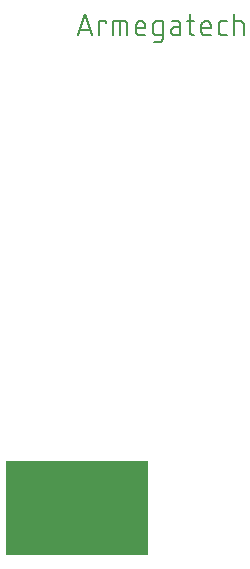
<source format=gbr>
G04 EAGLE Gerber RS-274X export*
G75*
%MOMM*%
%FSLAX34Y34*%
%LPD*%
%INSilkscreen Top*%
%IPPOS*%
%AMOC8*
5,1,8,0,0,1.08239X$1,22.5*%
G01*
%ADD10C,0.152400*%
%ADD11R,12.000000X8.000000*%


D10*
X560762Y740762D02*
X566689Y758542D01*
X572615Y740762D01*
X571134Y745207D02*
X562244Y745207D01*
X579010Y740762D02*
X579010Y752615D01*
X584937Y752615D01*
X584937Y750640D01*
X590913Y752615D02*
X590913Y740762D01*
X590913Y752615D02*
X599803Y752615D01*
X599909Y752613D01*
X600014Y752607D01*
X600120Y752598D01*
X600225Y752585D01*
X600329Y752568D01*
X600433Y752547D01*
X600536Y752523D01*
X600638Y752495D01*
X600739Y752463D01*
X600838Y752428D01*
X600937Y752389D01*
X601034Y752347D01*
X601129Y752302D01*
X601223Y752253D01*
X601315Y752200D01*
X601405Y752145D01*
X601493Y752086D01*
X601579Y752024D01*
X601662Y751959D01*
X601743Y751891D01*
X601822Y751821D01*
X601898Y751747D01*
X601972Y751671D01*
X602042Y751592D01*
X602110Y751511D01*
X602175Y751428D01*
X602237Y751342D01*
X602296Y751254D01*
X602351Y751164D01*
X602404Y751072D01*
X602453Y750978D01*
X602498Y750883D01*
X602540Y750786D01*
X602579Y750687D01*
X602614Y750588D01*
X602646Y750487D01*
X602674Y750385D01*
X602698Y750282D01*
X602719Y750178D01*
X602736Y750074D01*
X602749Y749969D01*
X602758Y749863D01*
X602764Y749758D01*
X602766Y749652D01*
X602766Y740762D01*
X596839Y740762D02*
X596839Y752615D01*
X613160Y740762D02*
X618099Y740762D01*
X613160Y740762D02*
X613054Y740764D01*
X612949Y740770D01*
X612843Y740779D01*
X612738Y740792D01*
X612634Y740809D01*
X612530Y740830D01*
X612427Y740854D01*
X612325Y740882D01*
X612224Y740914D01*
X612125Y740949D01*
X612026Y740988D01*
X611929Y741030D01*
X611834Y741075D01*
X611740Y741124D01*
X611648Y741177D01*
X611558Y741232D01*
X611470Y741291D01*
X611384Y741353D01*
X611301Y741418D01*
X611220Y741486D01*
X611141Y741556D01*
X611065Y741630D01*
X610991Y741706D01*
X610921Y741785D01*
X610853Y741866D01*
X610788Y741949D01*
X610726Y742035D01*
X610667Y742123D01*
X610612Y742213D01*
X610559Y742305D01*
X610510Y742399D01*
X610465Y742494D01*
X610423Y742591D01*
X610384Y742690D01*
X610349Y742789D01*
X610317Y742890D01*
X610289Y742992D01*
X610265Y743095D01*
X610244Y743199D01*
X610227Y743303D01*
X610214Y743408D01*
X610205Y743514D01*
X610199Y743619D01*
X610197Y743725D01*
X610197Y748664D01*
X610199Y748788D01*
X610205Y748912D01*
X610215Y749036D01*
X610228Y749159D01*
X610246Y749282D01*
X610267Y749404D01*
X610292Y749526D01*
X610321Y749647D01*
X610354Y749766D01*
X610390Y749885D01*
X610431Y750002D01*
X610474Y750118D01*
X610522Y750233D01*
X610573Y750346D01*
X610628Y750458D01*
X610686Y750567D01*
X610747Y750675D01*
X610812Y750781D01*
X610880Y750885D01*
X610952Y750986D01*
X611026Y751086D01*
X611104Y751182D01*
X611184Y751277D01*
X611268Y751369D01*
X611354Y751458D01*
X611443Y751544D01*
X611535Y751628D01*
X611630Y751708D01*
X611726Y751786D01*
X611826Y751860D01*
X611927Y751932D01*
X612031Y752000D01*
X612137Y752065D01*
X612245Y752126D01*
X612354Y752184D01*
X612466Y752239D01*
X612579Y752290D01*
X612694Y752338D01*
X612810Y752381D01*
X612927Y752422D01*
X613046Y752458D01*
X613165Y752491D01*
X613286Y752520D01*
X613408Y752545D01*
X613530Y752566D01*
X613653Y752584D01*
X613776Y752597D01*
X613900Y752607D01*
X614024Y752613D01*
X614148Y752615D01*
X614272Y752613D01*
X614396Y752607D01*
X614520Y752597D01*
X614643Y752584D01*
X614766Y752566D01*
X614888Y752545D01*
X615010Y752520D01*
X615131Y752491D01*
X615250Y752458D01*
X615369Y752422D01*
X615486Y752381D01*
X615602Y752338D01*
X615717Y752290D01*
X615830Y752239D01*
X615942Y752184D01*
X616051Y752126D01*
X616159Y752065D01*
X616265Y752000D01*
X616369Y751932D01*
X616470Y751860D01*
X616570Y751786D01*
X616666Y751708D01*
X616761Y751628D01*
X616853Y751544D01*
X616942Y751458D01*
X617028Y751369D01*
X617112Y751277D01*
X617192Y751182D01*
X617270Y751086D01*
X617344Y750986D01*
X617416Y750885D01*
X617484Y750781D01*
X617549Y750675D01*
X617610Y750567D01*
X617668Y750458D01*
X617723Y750346D01*
X617774Y750233D01*
X617822Y750118D01*
X617865Y750002D01*
X617906Y749885D01*
X617942Y749766D01*
X617975Y749647D01*
X618004Y749526D01*
X618029Y749404D01*
X618050Y749282D01*
X618068Y749159D01*
X618081Y749036D01*
X618091Y748912D01*
X618097Y748788D01*
X618099Y748664D01*
X618099Y746689D01*
X610197Y746689D01*
X627609Y740762D02*
X632548Y740762D01*
X627609Y740762D02*
X627503Y740764D01*
X627398Y740770D01*
X627292Y740779D01*
X627187Y740792D01*
X627083Y740809D01*
X626979Y740830D01*
X626876Y740854D01*
X626774Y740882D01*
X626673Y740914D01*
X626574Y740949D01*
X626475Y740988D01*
X626378Y741030D01*
X626283Y741075D01*
X626189Y741124D01*
X626097Y741177D01*
X626007Y741232D01*
X625919Y741291D01*
X625833Y741353D01*
X625750Y741418D01*
X625669Y741486D01*
X625590Y741556D01*
X625514Y741630D01*
X625440Y741706D01*
X625370Y741785D01*
X625302Y741866D01*
X625237Y741949D01*
X625175Y742035D01*
X625116Y742123D01*
X625061Y742213D01*
X625008Y742305D01*
X624959Y742399D01*
X624914Y742494D01*
X624872Y742591D01*
X624833Y742690D01*
X624798Y742789D01*
X624766Y742890D01*
X624738Y742992D01*
X624714Y743095D01*
X624693Y743199D01*
X624676Y743303D01*
X624663Y743408D01*
X624654Y743514D01*
X624648Y743619D01*
X624646Y743725D01*
X624646Y749652D01*
X624648Y749758D01*
X624654Y749863D01*
X624663Y749969D01*
X624676Y750074D01*
X624693Y750178D01*
X624714Y750282D01*
X624738Y750385D01*
X624766Y750487D01*
X624798Y750588D01*
X624833Y750687D01*
X624872Y750786D01*
X624914Y750883D01*
X624959Y750978D01*
X625008Y751072D01*
X625061Y751164D01*
X625116Y751254D01*
X625175Y751342D01*
X625237Y751428D01*
X625302Y751511D01*
X625370Y751592D01*
X625440Y751671D01*
X625514Y751747D01*
X625590Y751821D01*
X625669Y751891D01*
X625750Y751959D01*
X625833Y752024D01*
X625919Y752086D01*
X626007Y752145D01*
X626097Y752200D01*
X626189Y752253D01*
X626283Y752302D01*
X626378Y752347D01*
X626475Y752389D01*
X626574Y752428D01*
X626673Y752463D01*
X626774Y752495D01*
X626876Y752523D01*
X626979Y752547D01*
X627083Y752568D01*
X627187Y752585D01*
X627292Y752598D01*
X627398Y752607D01*
X627503Y752613D01*
X627609Y752615D01*
X632548Y752615D01*
X632548Y737799D01*
X632546Y737691D01*
X632540Y737583D01*
X632530Y737475D01*
X632516Y737368D01*
X632499Y737261D01*
X632477Y737155D01*
X632452Y737050D01*
X632422Y736945D01*
X632389Y736842D01*
X632352Y736741D01*
X632312Y736640D01*
X632268Y736541D01*
X632220Y736444D01*
X632169Y736349D01*
X632114Y736255D01*
X632056Y736164D01*
X631995Y736075D01*
X631930Y735988D01*
X631863Y735904D01*
X631792Y735822D01*
X631718Y735742D01*
X631642Y735666D01*
X631562Y735592D01*
X631480Y735522D01*
X631396Y735454D01*
X631309Y735389D01*
X631220Y735328D01*
X631129Y735270D01*
X631035Y735215D01*
X630940Y735164D01*
X630843Y735116D01*
X630744Y735072D01*
X630643Y735032D01*
X630542Y734995D01*
X630439Y734962D01*
X630334Y734932D01*
X630229Y734907D01*
X630123Y734885D01*
X630016Y734868D01*
X629909Y734854D01*
X629801Y734844D01*
X629693Y734838D01*
X629585Y734836D01*
X629585Y734835D02*
X625634Y734835D01*
X643179Y747676D02*
X647624Y747676D01*
X643179Y747676D02*
X643062Y747674D01*
X642946Y747668D01*
X642829Y747658D01*
X642713Y747644D01*
X642598Y747627D01*
X642483Y747605D01*
X642369Y747580D01*
X642256Y747551D01*
X642144Y747517D01*
X642033Y747481D01*
X641924Y747440D01*
X641816Y747396D01*
X641709Y747348D01*
X641604Y747297D01*
X641501Y747242D01*
X641400Y747183D01*
X641301Y747121D01*
X641204Y747056D01*
X641109Y746988D01*
X641017Y746917D01*
X640927Y746842D01*
X640840Y746764D01*
X640755Y746684D01*
X640673Y746601D01*
X640594Y746515D01*
X640518Y746426D01*
X640445Y746335D01*
X640375Y746242D01*
X640309Y746146D01*
X640245Y746048D01*
X640185Y745948D01*
X640128Y745845D01*
X640075Y745741D01*
X640026Y745636D01*
X639980Y745528D01*
X639937Y745420D01*
X639898Y745309D01*
X639864Y745198D01*
X639832Y745086D01*
X639805Y744972D01*
X639781Y744858D01*
X639762Y744742D01*
X639746Y744627D01*
X639734Y744511D01*
X639726Y744394D01*
X639722Y744277D01*
X639722Y744161D01*
X639726Y744044D01*
X639734Y743927D01*
X639746Y743811D01*
X639762Y743696D01*
X639781Y743580D01*
X639805Y743466D01*
X639832Y743352D01*
X639864Y743240D01*
X639898Y743129D01*
X639937Y743018D01*
X639980Y742910D01*
X640026Y742802D01*
X640075Y742697D01*
X640128Y742593D01*
X640185Y742491D01*
X640245Y742390D01*
X640309Y742292D01*
X640375Y742196D01*
X640445Y742103D01*
X640518Y742012D01*
X640594Y741923D01*
X640673Y741837D01*
X640755Y741754D01*
X640840Y741674D01*
X640927Y741596D01*
X641017Y741521D01*
X641109Y741450D01*
X641204Y741382D01*
X641301Y741317D01*
X641400Y741255D01*
X641501Y741196D01*
X641604Y741141D01*
X641709Y741090D01*
X641816Y741042D01*
X641924Y740998D01*
X642033Y740957D01*
X642144Y740921D01*
X642256Y740887D01*
X642369Y740858D01*
X642483Y740833D01*
X642598Y740811D01*
X642713Y740794D01*
X642829Y740780D01*
X642946Y740770D01*
X643062Y740764D01*
X643179Y740762D01*
X647624Y740762D01*
X647624Y749652D01*
X647623Y749652D02*
X647621Y749758D01*
X647615Y749863D01*
X647606Y749969D01*
X647593Y750074D01*
X647576Y750178D01*
X647555Y750282D01*
X647531Y750385D01*
X647503Y750487D01*
X647471Y750588D01*
X647436Y750687D01*
X647397Y750786D01*
X647355Y750883D01*
X647310Y750978D01*
X647261Y751072D01*
X647208Y751164D01*
X647153Y751254D01*
X647094Y751342D01*
X647032Y751428D01*
X646967Y751511D01*
X646899Y751592D01*
X646829Y751671D01*
X646755Y751747D01*
X646679Y751821D01*
X646600Y751891D01*
X646519Y751959D01*
X646436Y752024D01*
X646350Y752086D01*
X646262Y752145D01*
X646172Y752200D01*
X646080Y752253D01*
X645986Y752302D01*
X645891Y752347D01*
X645794Y752389D01*
X645695Y752428D01*
X645596Y752463D01*
X645495Y752495D01*
X645393Y752523D01*
X645290Y752547D01*
X645186Y752568D01*
X645082Y752585D01*
X644977Y752598D01*
X644871Y752607D01*
X644766Y752613D01*
X644660Y752615D01*
X640709Y752615D01*
X653510Y752615D02*
X659437Y752615D01*
X655486Y758542D02*
X655486Y743725D01*
X655488Y743619D01*
X655494Y743514D01*
X655503Y743408D01*
X655516Y743303D01*
X655533Y743199D01*
X655554Y743095D01*
X655578Y742992D01*
X655606Y742890D01*
X655638Y742789D01*
X655673Y742690D01*
X655712Y742591D01*
X655754Y742494D01*
X655799Y742399D01*
X655848Y742305D01*
X655901Y742213D01*
X655956Y742123D01*
X656015Y742035D01*
X656077Y741949D01*
X656142Y741866D01*
X656210Y741785D01*
X656280Y741706D01*
X656354Y741630D01*
X656430Y741556D01*
X656509Y741486D01*
X656590Y741418D01*
X656673Y741353D01*
X656759Y741291D01*
X656847Y741232D01*
X656937Y741177D01*
X657029Y741124D01*
X657123Y741075D01*
X657218Y741030D01*
X657315Y740988D01*
X657414Y740949D01*
X657513Y740914D01*
X657614Y740882D01*
X657716Y740854D01*
X657819Y740830D01*
X657923Y740809D01*
X658027Y740792D01*
X658132Y740779D01*
X658238Y740770D01*
X658343Y740764D01*
X658449Y740762D01*
X659437Y740762D01*
X668437Y740762D02*
X673376Y740762D01*
X668437Y740762D02*
X668331Y740764D01*
X668226Y740770D01*
X668120Y740779D01*
X668015Y740792D01*
X667911Y740809D01*
X667807Y740830D01*
X667704Y740854D01*
X667602Y740882D01*
X667501Y740914D01*
X667402Y740949D01*
X667303Y740988D01*
X667206Y741030D01*
X667111Y741075D01*
X667017Y741124D01*
X666925Y741177D01*
X666835Y741232D01*
X666747Y741291D01*
X666661Y741353D01*
X666578Y741418D01*
X666497Y741486D01*
X666418Y741556D01*
X666342Y741630D01*
X666268Y741706D01*
X666198Y741785D01*
X666130Y741866D01*
X666065Y741949D01*
X666003Y742035D01*
X665944Y742123D01*
X665889Y742213D01*
X665836Y742305D01*
X665787Y742399D01*
X665742Y742494D01*
X665700Y742591D01*
X665661Y742690D01*
X665626Y742789D01*
X665594Y742890D01*
X665566Y742992D01*
X665542Y743095D01*
X665521Y743199D01*
X665504Y743303D01*
X665491Y743408D01*
X665482Y743514D01*
X665476Y743619D01*
X665474Y743725D01*
X665474Y748664D01*
X665476Y748788D01*
X665482Y748912D01*
X665492Y749036D01*
X665505Y749159D01*
X665523Y749282D01*
X665544Y749404D01*
X665569Y749526D01*
X665598Y749647D01*
X665631Y749766D01*
X665667Y749885D01*
X665708Y750002D01*
X665751Y750118D01*
X665799Y750233D01*
X665850Y750346D01*
X665905Y750458D01*
X665963Y750567D01*
X666024Y750675D01*
X666089Y750781D01*
X666157Y750885D01*
X666229Y750986D01*
X666303Y751086D01*
X666381Y751182D01*
X666461Y751277D01*
X666545Y751369D01*
X666631Y751458D01*
X666720Y751544D01*
X666812Y751628D01*
X666907Y751708D01*
X667003Y751786D01*
X667103Y751860D01*
X667204Y751932D01*
X667308Y752000D01*
X667414Y752065D01*
X667522Y752126D01*
X667631Y752184D01*
X667743Y752239D01*
X667856Y752290D01*
X667971Y752338D01*
X668087Y752381D01*
X668204Y752422D01*
X668323Y752458D01*
X668442Y752491D01*
X668563Y752520D01*
X668685Y752545D01*
X668807Y752566D01*
X668930Y752584D01*
X669053Y752597D01*
X669177Y752607D01*
X669301Y752613D01*
X669425Y752615D01*
X669549Y752613D01*
X669673Y752607D01*
X669797Y752597D01*
X669920Y752584D01*
X670043Y752566D01*
X670165Y752545D01*
X670287Y752520D01*
X670408Y752491D01*
X670527Y752458D01*
X670646Y752422D01*
X670763Y752381D01*
X670879Y752338D01*
X670994Y752290D01*
X671107Y752239D01*
X671219Y752184D01*
X671328Y752126D01*
X671436Y752065D01*
X671542Y752000D01*
X671646Y751932D01*
X671747Y751860D01*
X671847Y751786D01*
X671943Y751708D01*
X672038Y751628D01*
X672130Y751544D01*
X672219Y751458D01*
X672305Y751369D01*
X672389Y751277D01*
X672469Y751182D01*
X672547Y751086D01*
X672621Y750986D01*
X672693Y750885D01*
X672761Y750781D01*
X672826Y750675D01*
X672887Y750567D01*
X672945Y750458D01*
X673000Y750346D01*
X673051Y750233D01*
X673099Y750118D01*
X673142Y750002D01*
X673183Y749885D01*
X673219Y749766D01*
X673252Y749647D01*
X673281Y749526D01*
X673306Y749404D01*
X673327Y749282D01*
X673345Y749159D01*
X673358Y749036D01*
X673368Y748912D01*
X673374Y748788D01*
X673376Y748664D01*
X673376Y746689D01*
X665474Y746689D01*
X682971Y740762D02*
X686922Y740762D01*
X682971Y740762D02*
X682865Y740764D01*
X682760Y740770D01*
X682654Y740779D01*
X682549Y740792D01*
X682445Y740809D01*
X682341Y740830D01*
X682238Y740854D01*
X682136Y740882D01*
X682035Y740914D01*
X681936Y740949D01*
X681837Y740988D01*
X681740Y741030D01*
X681645Y741075D01*
X681551Y741124D01*
X681459Y741177D01*
X681369Y741232D01*
X681281Y741291D01*
X681195Y741353D01*
X681112Y741418D01*
X681031Y741486D01*
X680952Y741556D01*
X680876Y741630D01*
X680802Y741706D01*
X680732Y741785D01*
X680664Y741866D01*
X680599Y741949D01*
X680537Y742035D01*
X680478Y742123D01*
X680423Y742213D01*
X680370Y742305D01*
X680321Y742399D01*
X680276Y742494D01*
X680234Y742591D01*
X680195Y742690D01*
X680160Y742789D01*
X680128Y742890D01*
X680100Y742992D01*
X680076Y743095D01*
X680055Y743199D01*
X680038Y743303D01*
X680025Y743408D01*
X680016Y743514D01*
X680010Y743619D01*
X680008Y743725D01*
X680008Y749652D01*
X680010Y749758D01*
X680016Y749863D01*
X680025Y749969D01*
X680038Y750074D01*
X680055Y750178D01*
X680076Y750282D01*
X680100Y750385D01*
X680128Y750487D01*
X680160Y750588D01*
X680195Y750687D01*
X680234Y750786D01*
X680276Y750883D01*
X680321Y750978D01*
X680370Y751072D01*
X680423Y751164D01*
X680478Y751254D01*
X680537Y751342D01*
X680599Y751428D01*
X680664Y751511D01*
X680732Y751592D01*
X680802Y751671D01*
X680876Y751747D01*
X680952Y751821D01*
X681031Y751891D01*
X681112Y751959D01*
X681195Y752024D01*
X681281Y752086D01*
X681369Y752145D01*
X681459Y752200D01*
X681551Y752253D01*
X681645Y752302D01*
X681740Y752347D01*
X681837Y752389D01*
X681936Y752428D01*
X682035Y752463D01*
X682136Y752495D01*
X682238Y752523D01*
X682341Y752547D01*
X682445Y752568D01*
X682549Y752585D01*
X682654Y752598D01*
X682760Y752607D01*
X682865Y752613D01*
X682971Y752615D01*
X686922Y752615D01*
X693391Y758542D02*
X693391Y740762D01*
X693391Y752615D02*
X698330Y752615D01*
X698438Y752613D01*
X698546Y752607D01*
X698654Y752597D01*
X698761Y752583D01*
X698868Y752566D01*
X698974Y752544D01*
X699079Y752519D01*
X699184Y752489D01*
X699287Y752456D01*
X699388Y752419D01*
X699489Y752379D01*
X699588Y752335D01*
X699685Y752287D01*
X699780Y752236D01*
X699874Y752181D01*
X699965Y752123D01*
X700054Y752062D01*
X700141Y751997D01*
X700225Y751930D01*
X700307Y751859D01*
X700387Y751785D01*
X700463Y751709D01*
X700537Y751629D01*
X700607Y751547D01*
X700675Y751463D01*
X700740Y751376D01*
X700801Y751287D01*
X700859Y751196D01*
X700914Y751102D01*
X700965Y751007D01*
X701013Y750910D01*
X701057Y750811D01*
X701097Y750710D01*
X701134Y750609D01*
X701167Y750506D01*
X701197Y750401D01*
X701222Y750296D01*
X701244Y750190D01*
X701261Y750083D01*
X701275Y749976D01*
X701285Y749868D01*
X701291Y749760D01*
X701293Y749652D01*
X701293Y740762D01*
D11*
X560000Y340000D03*
M02*

</source>
